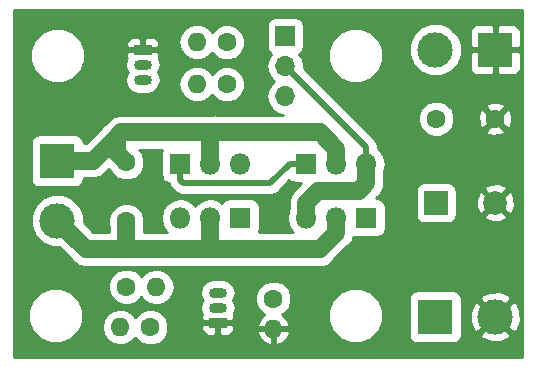
<source format=gbr>
G04 #@! TF.GenerationSoftware,KiCad,Pcbnew,(5.0.0-rc2-63-gd4393b281)*
G04 #@! TF.CreationDate,2018-06-11T18:19:14-07:00*
G04 #@! TF.ProjectId,H-THING,482D5448494E472E6B696361645F7063,rev?*
G04 #@! TF.SameCoordinates,Original*
G04 #@! TF.FileFunction,Copper,L2,Bot,Signal*
G04 #@! TF.FilePolarity,Positive*
%FSLAX46Y46*%
G04 Gerber Fmt 4.6, Leading zero omitted, Abs format (unit mm)*
G04 Created by KiCad (PCBNEW (5.0.0-rc2-63-gd4393b281)) date 06/11/18 18:19:14*
%MOMM*%
%LPD*%
G01*
G04 APERTURE LIST*
G04 #@! TA.AperFunction,ComponentPad*
%ADD10C,1.600000*%
G04 #@! TD*
G04 #@! TA.AperFunction,ComponentPad*
%ADD11R,2.000000X2.000000*%
G04 #@! TD*
G04 #@! TA.AperFunction,ComponentPad*
%ADD12C,2.000000*%
G04 #@! TD*
G04 #@! TA.AperFunction,ComponentPad*
%ADD13R,3.000000X3.000000*%
G04 #@! TD*
G04 #@! TA.AperFunction,ComponentPad*
%ADD14C,3.000000*%
G04 #@! TD*
G04 #@! TA.AperFunction,ComponentPad*
%ADD15O,1.500000X0.900000*%
G04 #@! TD*
G04 #@! TA.AperFunction,ComponentPad*
%ADD16R,1.500000X0.900000*%
G04 #@! TD*
G04 #@! TA.AperFunction,ComponentPad*
%ADD17O,1.600000X1.600000*%
G04 #@! TD*
G04 #@! TA.AperFunction,ComponentPad*
%ADD18R,1.700000X1.700000*%
G04 #@! TD*
G04 #@! TA.AperFunction,ComponentPad*
%ADD19O,1.700000X1.700000*%
G04 #@! TD*
G04 #@! TA.AperFunction,ComponentPad*
%ADD20R,1.800000X1.800000*%
G04 #@! TD*
G04 #@! TA.AperFunction,ComponentPad*
%ADD21O,1.800000X1.800000*%
G04 #@! TD*
G04 #@! TA.AperFunction,Conductor*
%ADD22C,1.500000*%
G04 #@! TD*
G04 #@! TA.AperFunction,Conductor*
%ADD23C,0.500000*%
G04 #@! TD*
G04 #@! TA.AperFunction,Conductor*
%ADD24C,0.254000*%
G04 #@! TD*
G04 APERTURE END LIST*
D10*
G04 #@! TO.P,C1,1*
G04 #@! TO.N,Net-(C1-Pad1)*
X149352000Y-100457000D03*
G04 #@! TO.P,C1,2*
G04 #@! TO.N,Net-(C1-Pad2)*
X149352000Y-105457000D03*
G04 #@! TD*
D11*
G04 #@! TO.P,C2,1*
G04 #@! TO.N,VCC*
X175594000Y-103886000D03*
D12*
G04 #@! TO.P,C2,2*
G04 #@! TO.N,GND*
X180594000Y-103886000D03*
G04 #@! TD*
D10*
G04 #@! TO.P,C3,1*
G04 #@! TO.N,VCC*
X175594000Y-96774000D03*
G04 #@! TO.P,C3,2*
G04 #@! TO.N,GND*
X180594000Y-96774000D03*
G04 #@! TD*
D13*
G04 #@! TO.P,J1,1*
G04 #@! TO.N,Net-(C1-Pad1)*
X143510000Y-100330000D03*
D14*
G04 #@! TO.P,J1,2*
G04 #@! TO.N,Net-(C1-Pad2)*
X143510000Y-105410000D03*
G04 #@! TD*
D13*
G04 #@! TO.P,J2,1*
G04 #@! TO.N,GND*
X180594000Y-90932000D03*
D14*
G04 #@! TO.P,J2,2*
G04 #@! TO.N,VCC*
X175514000Y-90932000D03*
G04 #@! TD*
D13*
G04 #@! TO.P,J3,1*
G04 #@! TO.N,VCC*
X175514000Y-113538000D03*
D14*
G04 #@! TO.P,J3,2*
G04 #@! TO.N,GND*
X180594000Y-113538000D03*
G04 #@! TD*
D15*
G04 #@! TO.P,Q1,2*
G04 #@! TO.N,Net-(Q1-Pad2)*
X157099000Y-112776000D03*
G04 #@! TO.P,Q1,3*
G04 #@! TO.N,Net-(Q1-Pad3)*
X157099000Y-111506000D03*
D16*
G04 #@! TO.P,Q1,1*
G04 #@! TO.N,GND*
X157099000Y-114046000D03*
G04 #@! TD*
D15*
G04 #@! TO.P,Q6,2*
G04 #@! TO.N,Net-(Q6-Pad2)*
X150749000Y-92202000D03*
G04 #@! TO.P,Q6,3*
G04 #@! TO.N,Net-(Q4-Pad1)*
X150749000Y-93472000D03*
D16*
G04 #@! TO.P,Q6,1*
G04 #@! TO.N,GND*
X150749000Y-90932000D03*
G04 #@! TD*
D10*
G04 #@! TO.P,R1,1*
G04 #@! TO.N,Net-(Q1-Pad2)*
X151384000Y-114427000D03*
D17*
G04 #@! TO.P,R1,2*
G04 #@! TO.N,/HB1*
X148844000Y-114427000D03*
G04 #@! TD*
D10*
G04 #@! TO.P,R2,1*
G04 #@! TO.N,VCC*
X149352000Y-110998000D03*
D17*
G04 #@! TO.P,R2,2*
G04 #@! TO.N,Net-(Q1-Pad3)*
X151892000Y-110998000D03*
G04 #@! TD*
D10*
G04 #@! TO.P,R4,1*
G04 #@! TO.N,VCC*
X157861000Y-93853000D03*
D17*
G04 #@! TO.P,R4,2*
G04 #@! TO.N,Net-(Q4-Pad1)*
X155321000Y-93853000D03*
G04 #@! TD*
D10*
G04 #@! TO.P,R5,1*
G04 #@! TO.N,/HB2*
X157861000Y-90297000D03*
D17*
G04 #@! TO.P,R5,2*
G04 #@! TO.N,Net-(Q6-Pad2)*
X155321000Y-90297000D03*
G04 #@! TD*
D18*
G04 #@! TO.P,J4,1*
G04 #@! TO.N,/HB1*
X162814000Y-89789000D03*
D19*
G04 #@! TO.P,J4,2*
G04 #@! TO.N,/I_SENSE*
X162814000Y-92329000D03*
G04 #@! TO.P,J4,3*
G04 #@! TO.N,/HB2*
X162814000Y-94869000D03*
G04 #@! TD*
D20*
G04 #@! TO.P,Q2,1*
G04 #@! TO.N,Net-(Q1-Pad3)*
X159004000Y-105156000D03*
D21*
G04 #@! TO.P,Q2,2*
G04 #@! TO.N,Net-(C1-Pad2)*
X156464000Y-105156000D03*
G04 #@! TO.P,Q2,3*
G04 #@! TO.N,VCC*
X153924000Y-105156000D03*
G04 #@! TD*
D20*
G04 #@! TO.P,Q3,1*
G04 #@! TO.N,Net-(Q1-Pad3)*
X169672000Y-105156000D03*
D21*
G04 #@! TO.P,Q3,2*
G04 #@! TO.N,Net-(C1-Pad2)*
X167132000Y-105156000D03*
G04 #@! TO.P,Q3,3*
G04 #@! TO.N,/I_SENSE*
X164592000Y-105156000D03*
G04 #@! TD*
D20*
G04 #@! TO.P,Q4,1*
G04 #@! TO.N,Net-(Q4-Pad1)*
X153924000Y-100584000D03*
D21*
G04 #@! TO.P,Q4,2*
G04 #@! TO.N,Net-(C1-Pad1)*
X156464000Y-100584000D03*
G04 #@! TO.P,Q4,3*
G04 #@! TO.N,VCC*
X159004000Y-100584000D03*
G04 #@! TD*
D20*
G04 #@! TO.P,Q5,1*
G04 #@! TO.N,Net-(Q4-Pad1)*
X164592000Y-100584000D03*
D21*
G04 #@! TO.P,Q5,2*
G04 #@! TO.N,Net-(C1-Pad1)*
X167132000Y-100584000D03*
G04 #@! TO.P,Q5,3*
G04 #@! TO.N,/I_SENSE*
X169672000Y-100584000D03*
G04 #@! TD*
D10*
G04 #@! TO.P,R6,1*
G04 #@! TO.N,/I_SENSE*
X161798000Y-112014000D03*
D17*
G04 #@! TO.P,R6,2*
G04 #@! TO.N,GND*
X161798000Y-114554000D03*
G04 #@! TD*
D22*
G04 #@! TO.N,Net-(C1-Pad1)*
X146510000Y-100330000D02*
X143510000Y-100330000D01*
X149352000Y-100457000D02*
X148552001Y-99657001D01*
X148923000Y-97917000D02*
X148463000Y-98377000D01*
X148552001Y-99657001D02*
X148552001Y-98466001D01*
X148463000Y-98377000D02*
X146510000Y-100330000D01*
X148552001Y-98466001D02*
X148463000Y-98377000D01*
X165737792Y-97917000D02*
X156845000Y-97917000D01*
X156845000Y-97917000D02*
X148923000Y-97917000D01*
X156464000Y-100584000D02*
X156464000Y-98298000D01*
X156464000Y-98298000D02*
X156845000Y-97917000D01*
X167132000Y-100584000D02*
X167132000Y-99311208D01*
X167132000Y-99311208D02*
X165737792Y-97917000D01*
G04 #@! TO.N,Net-(C1-Pad2)*
X145923000Y-107823000D02*
X143510000Y-105410000D01*
X149352000Y-105457000D02*
X149352000Y-107569000D01*
X149352000Y-107569000D02*
X149098000Y-107823000D01*
X149098000Y-107823000D02*
X145923000Y-107823000D01*
X156464000Y-107823000D02*
X149098000Y-107823000D01*
X165737792Y-107823000D02*
X156464000Y-107823000D01*
X156464000Y-105156000D02*
X156464000Y-106428792D01*
X156464000Y-106428792D02*
X156464000Y-107823000D01*
X167132000Y-105156000D02*
X167132000Y-106428792D01*
X167132000Y-106428792D02*
X165737792Y-107823000D01*
D23*
G04 #@! TO.N,Net-(Q4-Pad1)*
X154175000Y-102235000D02*
X161541000Y-102235000D01*
X161541000Y-102235000D02*
X163192000Y-100584000D01*
X163192000Y-100584000D02*
X164592000Y-100584000D01*
X153924000Y-100584000D02*
X153924000Y-101984000D01*
X153924000Y-101984000D02*
X154175000Y-102235000D01*
G04 #@! TO.N,/I_SENSE*
X162814000Y-92329000D02*
X169672000Y-99187000D01*
X169672000Y-99187000D02*
X169672000Y-100584000D01*
D22*
X169037000Y-102870000D02*
X169672000Y-102235000D01*
X169672000Y-102235000D02*
X169672000Y-100584000D01*
X165605208Y-102870000D02*
X169037000Y-102870000D01*
X164592000Y-105156000D02*
X164592000Y-103883208D01*
X164592000Y-103883208D02*
X165605208Y-102870000D01*
G04 #@! TD*
D24*
G04 #@! TO.N,GND*
G36*
X182840000Y-116927000D02*
X139867000Y-116927000D01*
X139867000Y-112948131D01*
X141056000Y-112948131D01*
X141056000Y-113873869D01*
X141410264Y-114729140D01*
X142064860Y-115383736D01*
X142920131Y-115738000D01*
X143845869Y-115738000D01*
X144701140Y-115383736D01*
X145355736Y-114729140D01*
X145480886Y-114427000D01*
X147287085Y-114427000D01*
X147405598Y-115022806D01*
X147743095Y-115527905D01*
X148248194Y-115865402D01*
X148693607Y-115954000D01*
X148994393Y-115954000D01*
X149439806Y-115865402D01*
X149944905Y-115527905D01*
X150097310Y-115299814D01*
X150519024Y-115721528D01*
X151080261Y-115954000D01*
X151687739Y-115954000D01*
X152248976Y-115721528D01*
X152678528Y-115291976D01*
X152911000Y-114730739D01*
X152911000Y-114331750D01*
X155714000Y-114331750D01*
X155714000Y-114622309D01*
X155810673Y-114855698D01*
X155989301Y-115034327D01*
X156222690Y-115131000D01*
X156813250Y-115131000D01*
X156972000Y-114972250D01*
X156972000Y-114173000D01*
X157226000Y-114173000D01*
X157226000Y-114972250D01*
X157384750Y-115131000D01*
X157975310Y-115131000D01*
X158208699Y-115034327D01*
X158339984Y-114903041D01*
X160406086Y-114903041D01*
X160645611Y-115409134D01*
X161060577Y-115785041D01*
X161448961Y-115945904D01*
X161671000Y-115823915D01*
X161671000Y-114681000D01*
X161925000Y-114681000D01*
X161925000Y-115823915D01*
X162147039Y-115945904D01*
X162535423Y-115785041D01*
X162950389Y-115409134D01*
X163189914Y-114903041D01*
X163068629Y-114681000D01*
X161925000Y-114681000D01*
X161671000Y-114681000D01*
X160527371Y-114681000D01*
X160406086Y-114903041D01*
X158339984Y-114903041D01*
X158387327Y-114855698D01*
X158484000Y-114622309D01*
X158484000Y-114331750D01*
X158325250Y-114173000D01*
X157226000Y-114173000D01*
X156972000Y-114173000D01*
X155872750Y-114173000D01*
X155714000Y-114331750D01*
X152911000Y-114331750D01*
X152911000Y-114123261D01*
X152678528Y-113562024D01*
X152248976Y-113132472D01*
X151687739Y-112900000D01*
X151080261Y-112900000D01*
X150519024Y-113132472D01*
X150097310Y-113554186D01*
X149944905Y-113326095D01*
X149439806Y-112988598D01*
X148994393Y-112900000D01*
X148693607Y-112900000D01*
X148248194Y-112988598D01*
X147743095Y-113326095D01*
X147405598Y-113831194D01*
X147287085Y-114427000D01*
X145480886Y-114427000D01*
X145710000Y-113873869D01*
X145710000Y-112948131D01*
X145355736Y-112092860D01*
X144701140Y-111438264D01*
X143845869Y-111084000D01*
X142920131Y-111084000D01*
X142064860Y-111438264D01*
X141410264Y-112092860D01*
X141056000Y-112948131D01*
X139867000Y-112948131D01*
X139867000Y-110694261D01*
X147825000Y-110694261D01*
X147825000Y-111301739D01*
X148057472Y-111862976D01*
X148487024Y-112292528D01*
X149048261Y-112525000D01*
X149655739Y-112525000D01*
X150216976Y-112292528D01*
X150638690Y-111870814D01*
X150791095Y-112098905D01*
X151296194Y-112436402D01*
X151741607Y-112525000D01*
X152042393Y-112525000D01*
X152487806Y-112436402D01*
X152992905Y-112098905D01*
X153330402Y-111593806D01*
X153347867Y-111506000D01*
X155598942Y-111506000D01*
X155690291Y-111965242D01*
X155807729Y-112141000D01*
X155690291Y-112316758D01*
X155598942Y-112776000D01*
X155690291Y-113235242D01*
X155764876Y-113346866D01*
X155714000Y-113469691D01*
X155714000Y-113760250D01*
X155872750Y-113919000D01*
X156512150Y-113919000D01*
X156683080Y-113953000D01*
X157514920Y-113953000D01*
X157685850Y-113919000D01*
X158325250Y-113919000D01*
X158484000Y-113760250D01*
X158484000Y-113469691D01*
X158433124Y-113346866D01*
X158507709Y-113235242D01*
X158599058Y-112776000D01*
X158507709Y-112316758D01*
X158390271Y-112141000D01*
X158507709Y-111965242D01*
X158558427Y-111710261D01*
X160271000Y-111710261D01*
X160271000Y-112317739D01*
X160503472Y-112878976D01*
X160933024Y-113308528D01*
X161031486Y-113349312D01*
X160645611Y-113698866D01*
X160406086Y-114204959D01*
X160527371Y-114427000D01*
X161671000Y-114427000D01*
X161671000Y-114407000D01*
X161925000Y-114407000D01*
X161925000Y-114427000D01*
X163068629Y-114427000D01*
X163189914Y-114204959D01*
X162950389Y-113698866D01*
X162564514Y-113349312D01*
X162662976Y-113308528D01*
X163023373Y-112948131D01*
X166456000Y-112948131D01*
X166456000Y-113873869D01*
X166810264Y-114729140D01*
X167464860Y-115383736D01*
X168320131Y-115738000D01*
X169245869Y-115738000D01*
X170101140Y-115383736D01*
X170755736Y-114729140D01*
X171110000Y-113873869D01*
X171110000Y-112948131D01*
X170755736Y-112092860D01*
X170700876Y-112038000D01*
X173272758Y-112038000D01*
X173272758Y-115038000D01*
X173329182Y-115321661D01*
X173489863Y-115562137D01*
X173730339Y-115722818D01*
X174014000Y-115779242D01*
X177014000Y-115779242D01*
X177297661Y-115722818D01*
X177538137Y-115562137D01*
X177698818Y-115321661D01*
X177752463Y-115051970D01*
X179259635Y-115051970D01*
X179419418Y-115370739D01*
X180210187Y-115680723D01*
X181059387Y-115664497D01*
X181768582Y-115370739D01*
X181928365Y-115051970D01*
X180594000Y-113717605D01*
X179259635Y-115051970D01*
X177752463Y-115051970D01*
X177755242Y-115038000D01*
X177755242Y-113154187D01*
X178451277Y-113154187D01*
X178467503Y-114003387D01*
X178761261Y-114712582D01*
X179080030Y-114872365D01*
X180414395Y-113538000D01*
X180773605Y-113538000D01*
X182107970Y-114872365D01*
X182426739Y-114712582D01*
X182736723Y-113921813D01*
X182720497Y-113072613D01*
X182426739Y-112363418D01*
X182107970Y-112203635D01*
X180773605Y-113538000D01*
X180414395Y-113538000D01*
X179080030Y-112203635D01*
X178761261Y-112363418D01*
X178451277Y-113154187D01*
X177755242Y-113154187D01*
X177755242Y-112038000D01*
X177752464Y-112024030D01*
X179259635Y-112024030D01*
X180594000Y-113358395D01*
X181928365Y-112024030D01*
X181768582Y-111705261D01*
X180977813Y-111395277D01*
X180128613Y-111411503D01*
X179419418Y-111705261D01*
X179259635Y-112024030D01*
X177752464Y-112024030D01*
X177698818Y-111754339D01*
X177538137Y-111513863D01*
X177297661Y-111353182D01*
X177014000Y-111296758D01*
X174014000Y-111296758D01*
X173730339Y-111353182D01*
X173489863Y-111513863D01*
X173329182Y-111754339D01*
X173272758Y-112038000D01*
X170700876Y-112038000D01*
X170101140Y-111438264D01*
X169245869Y-111084000D01*
X168320131Y-111084000D01*
X167464860Y-111438264D01*
X166810264Y-112092860D01*
X166456000Y-112948131D01*
X163023373Y-112948131D01*
X163092528Y-112878976D01*
X163325000Y-112317739D01*
X163325000Y-111710261D01*
X163092528Y-111149024D01*
X162662976Y-110719472D01*
X162101739Y-110487000D01*
X161494261Y-110487000D01*
X160933024Y-110719472D01*
X160503472Y-111149024D01*
X160271000Y-111710261D01*
X158558427Y-111710261D01*
X158599058Y-111506000D01*
X158507709Y-111046758D01*
X158247569Y-110657431D01*
X157858242Y-110397291D01*
X157514920Y-110329000D01*
X156683080Y-110329000D01*
X156339758Y-110397291D01*
X155950431Y-110657431D01*
X155690291Y-111046758D01*
X155598942Y-111506000D01*
X153347867Y-111506000D01*
X153448915Y-110998000D01*
X153330402Y-110402194D01*
X152992905Y-109897095D01*
X152487806Y-109559598D01*
X152042393Y-109471000D01*
X151741607Y-109471000D01*
X151296194Y-109559598D01*
X150791095Y-109897095D01*
X150638690Y-110125186D01*
X150216976Y-109703472D01*
X149655739Y-109471000D01*
X149048261Y-109471000D01*
X148487024Y-109703472D01*
X148057472Y-110133024D01*
X147825000Y-110694261D01*
X139867000Y-110694261D01*
X139867000Y-98830000D01*
X141268758Y-98830000D01*
X141268758Y-101830000D01*
X141325182Y-102113661D01*
X141485863Y-102354137D01*
X141726339Y-102514818D01*
X142010000Y-102571242D01*
X145010000Y-102571242D01*
X145293661Y-102514818D01*
X145534137Y-102354137D01*
X145694818Y-102113661D01*
X145751242Y-101830000D01*
X145751242Y-101807000D01*
X146364530Y-101807000D01*
X146510000Y-101835936D01*
X146655470Y-101807000D01*
X146655471Y-101807000D01*
X147086297Y-101721303D01*
X147574858Y-101394858D01*
X147657262Y-101271531D01*
X147867500Y-101061293D01*
X148007471Y-101201264D01*
X148057472Y-101321976D01*
X148487024Y-101751528D01*
X149048261Y-101984000D01*
X149655739Y-101984000D01*
X150216976Y-101751528D01*
X150646528Y-101321976D01*
X150879000Y-100760739D01*
X150879000Y-100153261D01*
X150646528Y-99592024D01*
X150448504Y-99394000D01*
X152343418Y-99394000D01*
X152339182Y-99400339D01*
X152282758Y-99684000D01*
X152282758Y-101484000D01*
X152339182Y-101767661D01*
X152499863Y-102008137D01*
X152740339Y-102168818D01*
X152973864Y-102215269D01*
X153003688Y-102365206D01*
X153165117Y-102606803D01*
X153165120Y-102606806D01*
X153219624Y-102688377D01*
X153301195Y-102742881D01*
X153416117Y-102857803D01*
X153470623Y-102939377D01*
X153793794Y-103155313D01*
X154078777Y-103212000D01*
X154078781Y-103212000D01*
X154175000Y-103231139D01*
X154271219Y-103212000D01*
X161444782Y-103212000D01*
X161541000Y-103231139D01*
X161637218Y-103212000D01*
X161637223Y-103212000D01*
X161922206Y-103155313D01*
X162245377Y-102939377D01*
X162299883Y-102857803D01*
X163160528Y-101997159D01*
X163167863Y-102008137D01*
X163408339Y-102168818D01*
X163692000Y-102225242D01*
X164161173Y-102225242D01*
X163650468Y-102735947D01*
X163527143Y-102818350D01*
X163200697Y-103306911D01*
X163115000Y-103737737D01*
X163086064Y-103883208D01*
X163115000Y-104028678D01*
X163115000Y-104437965D01*
X163059400Y-104521176D01*
X162933126Y-105156000D01*
X163059400Y-105790824D01*
X163418999Y-106329001D01*
X163444440Y-106346000D01*
X160584582Y-106346000D01*
X160588818Y-106339661D01*
X160645242Y-106056000D01*
X160645242Y-104256000D01*
X160588818Y-103972339D01*
X160428137Y-103731863D01*
X160187661Y-103571182D01*
X159904000Y-103514758D01*
X158104000Y-103514758D01*
X157820339Y-103571182D01*
X157579863Y-103731863D01*
X157481489Y-103879089D01*
X157098824Y-103623400D01*
X156624242Y-103529000D01*
X156303758Y-103529000D01*
X155829176Y-103623400D01*
X155290999Y-103982999D01*
X155194000Y-104128168D01*
X155097001Y-103982999D01*
X154558824Y-103623400D01*
X154084242Y-103529000D01*
X153763758Y-103529000D01*
X153289176Y-103623400D01*
X152750999Y-103982999D01*
X152391400Y-104521176D01*
X152265126Y-105156000D01*
X152391400Y-105790824D01*
X152750999Y-106329001D01*
X152776440Y-106346000D01*
X150829000Y-106346000D01*
X150829000Y-105881450D01*
X150879000Y-105760739D01*
X150879000Y-105153261D01*
X150646528Y-104592024D01*
X150216976Y-104162472D01*
X149655739Y-103930000D01*
X149048261Y-103930000D01*
X148487024Y-104162472D01*
X148057472Y-104592024D01*
X147825000Y-105153261D01*
X147825000Y-105760739D01*
X147875000Y-105881450D01*
X147875000Y-106346000D01*
X146534794Y-106346000D01*
X145737000Y-105548207D01*
X145737000Y-104967022D01*
X145397960Y-104148506D01*
X144771494Y-103522040D01*
X143952978Y-103183000D01*
X143067022Y-103183000D01*
X142248506Y-103522040D01*
X141622040Y-104148506D01*
X141283000Y-104967022D01*
X141283000Y-105852978D01*
X141622040Y-106671494D01*
X142248506Y-107297960D01*
X143067022Y-107637000D01*
X143648207Y-107637000D01*
X144775739Y-108764533D01*
X144858142Y-108887858D01*
X144981466Y-108970260D01*
X145346703Y-109214303D01*
X145922999Y-109328936D01*
X146068470Y-109300000D01*
X148952530Y-109300000D01*
X149098000Y-109328936D01*
X149243470Y-109300000D01*
X156318530Y-109300000D01*
X156464000Y-109328936D01*
X156609471Y-109300000D01*
X165592322Y-109300000D01*
X165737792Y-109328936D01*
X165883262Y-109300000D01*
X165883263Y-109300000D01*
X166314089Y-109214303D01*
X166802650Y-108887858D01*
X166885054Y-108764531D01*
X168073533Y-107576053D01*
X168196858Y-107493650D01*
X168523303Y-107005089D01*
X168572539Y-106757566D01*
X168772000Y-106797242D01*
X170572000Y-106797242D01*
X170855661Y-106740818D01*
X171096137Y-106580137D01*
X171256818Y-106339661D01*
X171313242Y-106056000D01*
X171313242Y-104256000D01*
X171256818Y-103972339D01*
X171096137Y-103731863D01*
X170855661Y-103571182D01*
X170572000Y-103514758D01*
X170481034Y-103514758D01*
X170613529Y-103382264D01*
X170736858Y-103299858D01*
X171013388Y-102886000D01*
X173852758Y-102886000D01*
X173852758Y-104886000D01*
X173909182Y-105169661D01*
X174069863Y-105410137D01*
X174310339Y-105570818D01*
X174594000Y-105627242D01*
X176594000Y-105627242D01*
X176877661Y-105570818D01*
X177118137Y-105410137D01*
X177278818Y-105169661D01*
X177304901Y-105038532D01*
X179621073Y-105038532D01*
X179719736Y-105305387D01*
X180329461Y-105531908D01*
X180979460Y-105507856D01*
X181468264Y-105305387D01*
X181566927Y-105038532D01*
X180594000Y-104065605D01*
X179621073Y-105038532D01*
X177304901Y-105038532D01*
X177335242Y-104886000D01*
X177335242Y-103621461D01*
X178948092Y-103621461D01*
X178972144Y-104271460D01*
X179174613Y-104760264D01*
X179441468Y-104858927D01*
X180414395Y-103886000D01*
X180773605Y-103886000D01*
X181746532Y-104858927D01*
X182013387Y-104760264D01*
X182239908Y-104150539D01*
X182215856Y-103500540D01*
X182013387Y-103011736D01*
X181746532Y-102913073D01*
X180773605Y-103886000D01*
X180414395Y-103886000D01*
X179441468Y-102913073D01*
X179174613Y-103011736D01*
X178948092Y-103621461D01*
X177335242Y-103621461D01*
X177335242Y-102886000D01*
X177304902Y-102733468D01*
X179621073Y-102733468D01*
X180594000Y-103706395D01*
X181566927Y-102733468D01*
X181468264Y-102466613D01*
X180858539Y-102240092D01*
X180208540Y-102264144D01*
X179719736Y-102466613D01*
X179621073Y-102733468D01*
X177304902Y-102733468D01*
X177278818Y-102602339D01*
X177118137Y-102361863D01*
X176877661Y-102201182D01*
X176594000Y-102144758D01*
X174594000Y-102144758D01*
X174310339Y-102201182D01*
X174069863Y-102361863D01*
X173909182Y-102602339D01*
X173852758Y-102886000D01*
X171013388Y-102886000D01*
X171063303Y-102811297D01*
X171149000Y-102380471D01*
X171149000Y-102380470D01*
X171177936Y-102235000D01*
X171149000Y-102089530D01*
X171149000Y-101302035D01*
X171204600Y-101218824D01*
X171330874Y-100584000D01*
X171204600Y-99949176D01*
X170845001Y-99410999D01*
X170649559Y-99280409D01*
X170668139Y-99187000D01*
X170649000Y-99090781D01*
X170649000Y-99090777D01*
X170592313Y-98805794D01*
X170430883Y-98564196D01*
X170430881Y-98564194D01*
X170376377Y-98482623D01*
X170294806Y-98428119D01*
X168336948Y-96470261D01*
X174067000Y-96470261D01*
X174067000Y-97077739D01*
X174299472Y-97638976D01*
X174729024Y-98068528D01*
X175290261Y-98301000D01*
X175897739Y-98301000D01*
X176458976Y-98068528D01*
X176745759Y-97781745D01*
X179765861Y-97781745D01*
X179839995Y-98027864D01*
X180377223Y-98220965D01*
X180947454Y-98193778D01*
X181348005Y-98027864D01*
X181422139Y-97781745D01*
X180594000Y-96953605D01*
X179765861Y-97781745D01*
X176745759Y-97781745D01*
X176888528Y-97638976D01*
X177121000Y-97077739D01*
X177121000Y-96557223D01*
X179147035Y-96557223D01*
X179174222Y-97127454D01*
X179340136Y-97528005D01*
X179586255Y-97602139D01*
X180414395Y-96774000D01*
X180773605Y-96774000D01*
X181601745Y-97602139D01*
X181847864Y-97528005D01*
X182040965Y-96990777D01*
X182013778Y-96420546D01*
X181847864Y-96019995D01*
X181601745Y-95945861D01*
X180773605Y-96774000D01*
X180414395Y-96774000D01*
X179586255Y-95945861D01*
X179340136Y-96019995D01*
X179147035Y-96557223D01*
X177121000Y-96557223D01*
X177121000Y-96470261D01*
X176888528Y-95909024D01*
X176745759Y-95766255D01*
X179765861Y-95766255D01*
X180594000Y-96594395D01*
X181422139Y-95766255D01*
X181348005Y-95520136D01*
X180810777Y-95327035D01*
X180240546Y-95354222D01*
X179839995Y-95520136D01*
X179765861Y-95766255D01*
X176745759Y-95766255D01*
X176458976Y-95479472D01*
X175897739Y-95247000D01*
X175290261Y-95247000D01*
X174729024Y-95479472D01*
X174299472Y-95909024D01*
X174067000Y-96470261D01*
X168336948Y-96470261D01*
X164384364Y-92517678D01*
X164421895Y-92329000D01*
X164299501Y-91713685D01*
X164010807Y-91281625D01*
X164188137Y-91163137D01*
X164312422Y-90977131D01*
X166456000Y-90977131D01*
X166456000Y-91902869D01*
X166810264Y-92758140D01*
X167464860Y-93412736D01*
X168320131Y-93767000D01*
X169245869Y-93767000D01*
X170101140Y-93412736D01*
X170755736Y-92758140D01*
X171110000Y-91902869D01*
X171110000Y-90977131D01*
X170907820Y-90489022D01*
X173287000Y-90489022D01*
X173287000Y-91374978D01*
X173626040Y-92193494D01*
X174252506Y-92819960D01*
X175071022Y-93159000D01*
X175956978Y-93159000D01*
X176775494Y-92819960D01*
X177401960Y-92193494D01*
X177741000Y-91374978D01*
X177741000Y-91217750D01*
X178459000Y-91217750D01*
X178459000Y-92558310D01*
X178555673Y-92791699D01*
X178734302Y-92970327D01*
X178967691Y-93067000D01*
X180308250Y-93067000D01*
X180467000Y-92908250D01*
X180467000Y-91059000D01*
X180721000Y-91059000D01*
X180721000Y-92908250D01*
X180879750Y-93067000D01*
X182220309Y-93067000D01*
X182453698Y-92970327D01*
X182632327Y-92791699D01*
X182729000Y-92558310D01*
X182729000Y-91217750D01*
X182570250Y-91059000D01*
X180721000Y-91059000D01*
X180467000Y-91059000D01*
X178617750Y-91059000D01*
X178459000Y-91217750D01*
X177741000Y-91217750D01*
X177741000Y-90489022D01*
X177401960Y-89670506D01*
X177037144Y-89305690D01*
X178459000Y-89305690D01*
X178459000Y-90646250D01*
X178617750Y-90805000D01*
X180467000Y-90805000D01*
X180467000Y-88955750D01*
X180721000Y-88955750D01*
X180721000Y-90805000D01*
X182570250Y-90805000D01*
X182729000Y-90646250D01*
X182729000Y-89305690D01*
X182632327Y-89072301D01*
X182453698Y-88893673D01*
X182220309Y-88797000D01*
X180879750Y-88797000D01*
X180721000Y-88955750D01*
X180467000Y-88955750D01*
X180308250Y-88797000D01*
X178967691Y-88797000D01*
X178734302Y-88893673D01*
X178555673Y-89072301D01*
X178459000Y-89305690D01*
X177037144Y-89305690D01*
X176775494Y-89044040D01*
X175956978Y-88705000D01*
X175071022Y-88705000D01*
X174252506Y-89044040D01*
X173626040Y-89670506D01*
X173287000Y-90489022D01*
X170907820Y-90489022D01*
X170755736Y-90121860D01*
X170101140Y-89467264D01*
X169245869Y-89113000D01*
X168320131Y-89113000D01*
X167464860Y-89467264D01*
X166810264Y-90121860D01*
X166456000Y-90977131D01*
X164312422Y-90977131D01*
X164348818Y-90922661D01*
X164405242Y-90639000D01*
X164405242Y-88939000D01*
X164348818Y-88655339D01*
X164188137Y-88414863D01*
X163947661Y-88254182D01*
X163664000Y-88197758D01*
X161964000Y-88197758D01*
X161680339Y-88254182D01*
X161439863Y-88414863D01*
X161279182Y-88655339D01*
X161222758Y-88939000D01*
X161222758Y-90639000D01*
X161279182Y-90922661D01*
X161439863Y-91163137D01*
X161617193Y-91281625D01*
X161328499Y-91713685D01*
X161206105Y-92329000D01*
X161328499Y-92944315D01*
X161677047Y-93465953D01*
X161876166Y-93599000D01*
X161677047Y-93732047D01*
X161328499Y-94253685D01*
X161206105Y-94869000D01*
X161328499Y-95484315D01*
X161677047Y-96005953D01*
X162198685Y-96354501D01*
X162628517Y-96440000D01*
X156990470Y-96440000D01*
X156844999Y-96411064D01*
X156699529Y-96440000D01*
X149068470Y-96440000D01*
X148922999Y-96411064D01*
X148777529Y-96440000D01*
X148346703Y-96525697D01*
X147858142Y-96852142D01*
X147775737Y-96975470D01*
X147521469Y-97229738D01*
X147521466Y-97229740D01*
X147521462Y-97229744D01*
X147398143Y-97312143D01*
X147315743Y-97435463D01*
X145898207Y-98853000D01*
X145751242Y-98853000D01*
X145751242Y-98830000D01*
X145694818Y-98546339D01*
X145534137Y-98305863D01*
X145293661Y-98145182D01*
X145010000Y-98088758D01*
X142010000Y-98088758D01*
X141726339Y-98145182D01*
X141485863Y-98305863D01*
X141325182Y-98546339D01*
X141268758Y-98830000D01*
X139867000Y-98830000D01*
X139867000Y-90977131D01*
X141183000Y-90977131D01*
X141183000Y-91902869D01*
X141537264Y-92758140D01*
X142191860Y-93412736D01*
X143047131Y-93767000D01*
X143972869Y-93767000D01*
X144828140Y-93412736D01*
X145482736Y-92758140D01*
X145713096Y-92202000D01*
X149248942Y-92202000D01*
X149340291Y-92661242D01*
X149457729Y-92837000D01*
X149340291Y-93012758D01*
X149248942Y-93472000D01*
X149340291Y-93931242D01*
X149600431Y-94320569D01*
X149989758Y-94580709D01*
X150333080Y-94649000D01*
X151164920Y-94649000D01*
X151508242Y-94580709D01*
X151897569Y-94320569D01*
X152157709Y-93931242D01*
X152173272Y-93853000D01*
X153764085Y-93853000D01*
X153882598Y-94448806D01*
X154220095Y-94953905D01*
X154725194Y-95291402D01*
X155170607Y-95380000D01*
X155471393Y-95380000D01*
X155916806Y-95291402D01*
X156421905Y-94953905D01*
X156574310Y-94725814D01*
X156996024Y-95147528D01*
X157557261Y-95380000D01*
X158164739Y-95380000D01*
X158725976Y-95147528D01*
X159155528Y-94717976D01*
X159388000Y-94156739D01*
X159388000Y-93549261D01*
X159155528Y-92988024D01*
X158725976Y-92558472D01*
X158164739Y-92326000D01*
X157557261Y-92326000D01*
X156996024Y-92558472D01*
X156574310Y-92980186D01*
X156421905Y-92752095D01*
X155916806Y-92414598D01*
X155471393Y-92326000D01*
X155170607Y-92326000D01*
X154725194Y-92414598D01*
X154220095Y-92752095D01*
X153882598Y-93257194D01*
X153764085Y-93853000D01*
X152173272Y-93853000D01*
X152249058Y-93472000D01*
X152157709Y-93012758D01*
X152040271Y-92837000D01*
X152157709Y-92661242D01*
X152249058Y-92202000D01*
X152157709Y-91742758D01*
X152083124Y-91631134D01*
X152134000Y-91508309D01*
X152134000Y-91217750D01*
X151975250Y-91059000D01*
X151335850Y-91059000D01*
X151164920Y-91025000D01*
X150333080Y-91025000D01*
X150162150Y-91059000D01*
X149522750Y-91059000D01*
X149364000Y-91217750D01*
X149364000Y-91508309D01*
X149414876Y-91631134D01*
X149340291Y-91742758D01*
X149248942Y-92202000D01*
X145713096Y-92202000D01*
X145837000Y-91902869D01*
X145837000Y-90977131D01*
X145579592Y-90355691D01*
X149364000Y-90355691D01*
X149364000Y-90646250D01*
X149522750Y-90805000D01*
X150622000Y-90805000D01*
X150622000Y-90005750D01*
X150876000Y-90005750D01*
X150876000Y-90805000D01*
X151975250Y-90805000D01*
X152134000Y-90646250D01*
X152134000Y-90355691D01*
X152109690Y-90297000D01*
X153764085Y-90297000D01*
X153882598Y-90892806D01*
X154220095Y-91397905D01*
X154725194Y-91735402D01*
X155170607Y-91824000D01*
X155471393Y-91824000D01*
X155916806Y-91735402D01*
X156421905Y-91397905D01*
X156574310Y-91169814D01*
X156996024Y-91591528D01*
X157557261Y-91824000D01*
X158164739Y-91824000D01*
X158725976Y-91591528D01*
X159155528Y-91161976D01*
X159388000Y-90600739D01*
X159388000Y-89993261D01*
X159155528Y-89432024D01*
X158725976Y-89002472D01*
X158164739Y-88770000D01*
X157557261Y-88770000D01*
X156996024Y-89002472D01*
X156574310Y-89424186D01*
X156421905Y-89196095D01*
X155916806Y-88858598D01*
X155471393Y-88770000D01*
X155170607Y-88770000D01*
X154725194Y-88858598D01*
X154220095Y-89196095D01*
X153882598Y-89701194D01*
X153764085Y-90297000D01*
X152109690Y-90297000D01*
X152037327Y-90122302D01*
X151858699Y-89943673D01*
X151625310Y-89847000D01*
X151034750Y-89847000D01*
X150876000Y-90005750D01*
X150622000Y-90005750D01*
X150463250Y-89847000D01*
X149872690Y-89847000D01*
X149639301Y-89943673D01*
X149460673Y-90122302D01*
X149364000Y-90355691D01*
X145579592Y-90355691D01*
X145482736Y-90121860D01*
X144828140Y-89467264D01*
X143972869Y-89113000D01*
X143047131Y-89113000D01*
X142191860Y-89467264D01*
X141537264Y-90121860D01*
X141183000Y-90977131D01*
X139867000Y-90977131D01*
X139867000Y-87543000D01*
X182840001Y-87543000D01*
X182840000Y-116927000D01*
X182840000Y-116927000D01*
G37*
X182840000Y-116927000D02*
X139867000Y-116927000D01*
X139867000Y-112948131D01*
X141056000Y-112948131D01*
X141056000Y-113873869D01*
X141410264Y-114729140D01*
X142064860Y-115383736D01*
X142920131Y-115738000D01*
X143845869Y-115738000D01*
X144701140Y-115383736D01*
X145355736Y-114729140D01*
X145480886Y-114427000D01*
X147287085Y-114427000D01*
X147405598Y-115022806D01*
X147743095Y-115527905D01*
X148248194Y-115865402D01*
X148693607Y-115954000D01*
X148994393Y-115954000D01*
X149439806Y-115865402D01*
X149944905Y-115527905D01*
X150097310Y-115299814D01*
X150519024Y-115721528D01*
X151080261Y-115954000D01*
X151687739Y-115954000D01*
X152248976Y-115721528D01*
X152678528Y-115291976D01*
X152911000Y-114730739D01*
X152911000Y-114331750D01*
X155714000Y-114331750D01*
X155714000Y-114622309D01*
X155810673Y-114855698D01*
X155989301Y-115034327D01*
X156222690Y-115131000D01*
X156813250Y-115131000D01*
X156972000Y-114972250D01*
X156972000Y-114173000D01*
X157226000Y-114173000D01*
X157226000Y-114972250D01*
X157384750Y-115131000D01*
X157975310Y-115131000D01*
X158208699Y-115034327D01*
X158339984Y-114903041D01*
X160406086Y-114903041D01*
X160645611Y-115409134D01*
X161060577Y-115785041D01*
X161448961Y-115945904D01*
X161671000Y-115823915D01*
X161671000Y-114681000D01*
X161925000Y-114681000D01*
X161925000Y-115823915D01*
X162147039Y-115945904D01*
X162535423Y-115785041D01*
X162950389Y-115409134D01*
X163189914Y-114903041D01*
X163068629Y-114681000D01*
X161925000Y-114681000D01*
X161671000Y-114681000D01*
X160527371Y-114681000D01*
X160406086Y-114903041D01*
X158339984Y-114903041D01*
X158387327Y-114855698D01*
X158484000Y-114622309D01*
X158484000Y-114331750D01*
X158325250Y-114173000D01*
X157226000Y-114173000D01*
X156972000Y-114173000D01*
X155872750Y-114173000D01*
X155714000Y-114331750D01*
X152911000Y-114331750D01*
X152911000Y-114123261D01*
X152678528Y-113562024D01*
X152248976Y-113132472D01*
X151687739Y-112900000D01*
X151080261Y-112900000D01*
X150519024Y-113132472D01*
X150097310Y-113554186D01*
X149944905Y-113326095D01*
X149439806Y-112988598D01*
X148994393Y-112900000D01*
X148693607Y-112900000D01*
X148248194Y-112988598D01*
X147743095Y-113326095D01*
X147405598Y-113831194D01*
X147287085Y-114427000D01*
X145480886Y-114427000D01*
X145710000Y-113873869D01*
X145710000Y-112948131D01*
X145355736Y-112092860D01*
X144701140Y-111438264D01*
X143845869Y-111084000D01*
X142920131Y-111084000D01*
X142064860Y-111438264D01*
X141410264Y-112092860D01*
X141056000Y-112948131D01*
X139867000Y-112948131D01*
X139867000Y-110694261D01*
X147825000Y-110694261D01*
X147825000Y-111301739D01*
X148057472Y-111862976D01*
X148487024Y-112292528D01*
X149048261Y-112525000D01*
X149655739Y-112525000D01*
X150216976Y-112292528D01*
X150638690Y-111870814D01*
X150791095Y-112098905D01*
X151296194Y-112436402D01*
X151741607Y-112525000D01*
X152042393Y-112525000D01*
X152487806Y-112436402D01*
X152992905Y-112098905D01*
X153330402Y-111593806D01*
X153347867Y-111506000D01*
X155598942Y-111506000D01*
X155690291Y-111965242D01*
X155807729Y-112141000D01*
X155690291Y-112316758D01*
X155598942Y-112776000D01*
X155690291Y-113235242D01*
X155764876Y-113346866D01*
X155714000Y-113469691D01*
X155714000Y-113760250D01*
X155872750Y-113919000D01*
X156512150Y-113919000D01*
X156683080Y-113953000D01*
X157514920Y-113953000D01*
X157685850Y-113919000D01*
X158325250Y-113919000D01*
X158484000Y-113760250D01*
X158484000Y-113469691D01*
X158433124Y-113346866D01*
X158507709Y-113235242D01*
X158599058Y-112776000D01*
X158507709Y-112316758D01*
X158390271Y-112141000D01*
X158507709Y-111965242D01*
X158558427Y-111710261D01*
X160271000Y-111710261D01*
X160271000Y-112317739D01*
X160503472Y-112878976D01*
X160933024Y-113308528D01*
X161031486Y-113349312D01*
X160645611Y-113698866D01*
X160406086Y-114204959D01*
X160527371Y-114427000D01*
X161671000Y-114427000D01*
X161671000Y-114407000D01*
X161925000Y-114407000D01*
X161925000Y-114427000D01*
X163068629Y-114427000D01*
X163189914Y-114204959D01*
X162950389Y-113698866D01*
X162564514Y-113349312D01*
X162662976Y-113308528D01*
X163023373Y-112948131D01*
X166456000Y-112948131D01*
X166456000Y-113873869D01*
X166810264Y-114729140D01*
X167464860Y-115383736D01*
X168320131Y-115738000D01*
X169245869Y-115738000D01*
X170101140Y-115383736D01*
X170755736Y-114729140D01*
X171110000Y-113873869D01*
X171110000Y-112948131D01*
X170755736Y-112092860D01*
X170700876Y-112038000D01*
X173272758Y-112038000D01*
X173272758Y-115038000D01*
X173329182Y-115321661D01*
X173489863Y-115562137D01*
X173730339Y-115722818D01*
X174014000Y-115779242D01*
X177014000Y-115779242D01*
X177297661Y-115722818D01*
X177538137Y-115562137D01*
X177698818Y-115321661D01*
X177752463Y-115051970D01*
X179259635Y-115051970D01*
X179419418Y-115370739D01*
X180210187Y-115680723D01*
X181059387Y-115664497D01*
X181768582Y-115370739D01*
X181928365Y-115051970D01*
X180594000Y-113717605D01*
X179259635Y-115051970D01*
X177752463Y-115051970D01*
X177755242Y-115038000D01*
X177755242Y-113154187D01*
X178451277Y-113154187D01*
X178467503Y-114003387D01*
X178761261Y-114712582D01*
X179080030Y-114872365D01*
X180414395Y-113538000D01*
X180773605Y-113538000D01*
X182107970Y-114872365D01*
X182426739Y-114712582D01*
X182736723Y-113921813D01*
X182720497Y-113072613D01*
X182426739Y-112363418D01*
X182107970Y-112203635D01*
X180773605Y-113538000D01*
X180414395Y-113538000D01*
X179080030Y-112203635D01*
X178761261Y-112363418D01*
X178451277Y-113154187D01*
X177755242Y-113154187D01*
X177755242Y-112038000D01*
X177752464Y-112024030D01*
X179259635Y-112024030D01*
X180594000Y-113358395D01*
X181928365Y-112024030D01*
X181768582Y-111705261D01*
X180977813Y-111395277D01*
X180128613Y-111411503D01*
X179419418Y-111705261D01*
X179259635Y-112024030D01*
X177752464Y-112024030D01*
X177698818Y-111754339D01*
X177538137Y-111513863D01*
X177297661Y-111353182D01*
X177014000Y-111296758D01*
X174014000Y-111296758D01*
X173730339Y-111353182D01*
X173489863Y-111513863D01*
X173329182Y-111754339D01*
X173272758Y-112038000D01*
X170700876Y-112038000D01*
X170101140Y-111438264D01*
X169245869Y-111084000D01*
X168320131Y-111084000D01*
X167464860Y-111438264D01*
X166810264Y-112092860D01*
X166456000Y-112948131D01*
X163023373Y-112948131D01*
X163092528Y-112878976D01*
X163325000Y-112317739D01*
X163325000Y-111710261D01*
X163092528Y-111149024D01*
X162662976Y-110719472D01*
X162101739Y-110487000D01*
X161494261Y-110487000D01*
X160933024Y-110719472D01*
X160503472Y-111149024D01*
X160271000Y-111710261D01*
X158558427Y-111710261D01*
X158599058Y-111506000D01*
X158507709Y-111046758D01*
X158247569Y-110657431D01*
X157858242Y-110397291D01*
X157514920Y-110329000D01*
X156683080Y-110329000D01*
X156339758Y-110397291D01*
X155950431Y-110657431D01*
X155690291Y-111046758D01*
X155598942Y-111506000D01*
X153347867Y-111506000D01*
X153448915Y-110998000D01*
X153330402Y-110402194D01*
X152992905Y-109897095D01*
X152487806Y-109559598D01*
X152042393Y-109471000D01*
X151741607Y-109471000D01*
X151296194Y-109559598D01*
X150791095Y-109897095D01*
X150638690Y-110125186D01*
X150216976Y-109703472D01*
X149655739Y-109471000D01*
X149048261Y-109471000D01*
X148487024Y-109703472D01*
X148057472Y-110133024D01*
X147825000Y-110694261D01*
X139867000Y-110694261D01*
X139867000Y-98830000D01*
X141268758Y-98830000D01*
X141268758Y-101830000D01*
X141325182Y-102113661D01*
X141485863Y-102354137D01*
X141726339Y-102514818D01*
X142010000Y-102571242D01*
X145010000Y-102571242D01*
X145293661Y-102514818D01*
X145534137Y-102354137D01*
X145694818Y-102113661D01*
X145751242Y-101830000D01*
X145751242Y-101807000D01*
X146364530Y-101807000D01*
X146510000Y-101835936D01*
X146655470Y-101807000D01*
X146655471Y-101807000D01*
X147086297Y-101721303D01*
X147574858Y-101394858D01*
X147657262Y-101271531D01*
X147867500Y-101061293D01*
X148007471Y-101201264D01*
X148057472Y-101321976D01*
X148487024Y-101751528D01*
X149048261Y-101984000D01*
X149655739Y-101984000D01*
X150216976Y-101751528D01*
X150646528Y-101321976D01*
X150879000Y-100760739D01*
X150879000Y-100153261D01*
X150646528Y-99592024D01*
X150448504Y-99394000D01*
X152343418Y-99394000D01*
X152339182Y-99400339D01*
X152282758Y-99684000D01*
X152282758Y-101484000D01*
X152339182Y-101767661D01*
X152499863Y-102008137D01*
X152740339Y-102168818D01*
X152973864Y-102215269D01*
X153003688Y-102365206D01*
X153165117Y-102606803D01*
X153165120Y-102606806D01*
X153219624Y-102688377D01*
X153301195Y-102742881D01*
X153416117Y-102857803D01*
X153470623Y-102939377D01*
X153793794Y-103155313D01*
X154078777Y-103212000D01*
X154078781Y-103212000D01*
X154175000Y-103231139D01*
X154271219Y-103212000D01*
X161444782Y-103212000D01*
X161541000Y-103231139D01*
X161637218Y-103212000D01*
X161637223Y-103212000D01*
X161922206Y-103155313D01*
X162245377Y-102939377D01*
X162299883Y-102857803D01*
X163160528Y-101997159D01*
X163167863Y-102008137D01*
X163408339Y-102168818D01*
X163692000Y-102225242D01*
X164161173Y-102225242D01*
X163650468Y-102735947D01*
X163527143Y-102818350D01*
X163200697Y-103306911D01*
X163115000Y-103737737D01*
X163086064Y-103883208D01*
X163115000Y-104028678D01*
X163115000Y-104437965D01*
X163059400Y-104521176D01*
X162933126Y-105156000D01*
X163059400Y-105790824D01*
X163418999Y-106329001D01*
X163444440Y-106346000D01*
X160584582Y-106346000D01*
X160588818Y-106339661D01*
X160645242Y-106056000D01*
X160645242Y-104256000D01*
X160588818Y-103972339D01*
X160428137Y-103731863D01*
X160187661Y-103571182D01*
X159904000Y-103514758D01*
X158104000Y-103514758D01*
X157820339Y-103571182D01*
X157579863Y-103731863D01*
X157481489Y-103879089D01*
X157098824Y-103623400D01*
X156624242Y-103529000D01*
X156303758Y-103529000D01*
X155829176Y-103623400D01*
X155290999Y-103982999D01*
X155194000Y-104128168D01*
X155097001Y-103982999D01*
X154558824Y-103623400D01*
X154084242Y-103529000D01*
X153763758Y-103529000D01*
X153289176Y-103623400D01*
X152750999Y-103982999D01*
X152391400Y-104521176D01*
X152265126Y-105156000D01*
X152391400Y-105790824D01*
X152750999Y-106329001D01*
X152776440Y-106346000D01*
X150829000Y-106346000D01*
X150829000Y-105881450D01*
X150879000Y-105760739D01*
X150879000Y-105153261D01*
X150646528Y-104592024D01*
X150216976Y-104162472D01*
X149655739Y-103930000D01*
X149048261Y-103930000D01*
X148487024Y-104162472D01*
X148057472Y-104592024D01*
X147825000Y-105153261D01*
X147825000Y-105760739D01*
X147875000Y-105881450D01*
X147875000Y-106346000D01*
X146534794Y-106346000D01*
X145737000Y-105548207D01*
X145737000Y-104967022D01*
X145397960Y-104148506D01*
X144771494Y-103522040D01*
X143952978Y-103183000D01*
X143067022Y-103183000D01*
X142248506Y-103522040D01*
X141622040Y-104148506D01*
X141283000Y-104967022D01*
X141283000Y-105852978D01*
X141622040Y-106671494D01*
X142248506Y-107297960D01*
X143067022Y-107637000D01*
X143648207Y-107637000D01*
X144775739Y-108764533D01*
X144858142Y-108887858D01*
X144981466Y-108970260D01*
X145346703Y-109214303D01*
X145922999Y-109328936D01*
X146068470Y-109300000D01*
X148952530Y-109300000D01*
X149098000Y-109328936D01*
X149243470Y-109300000D01*
X156318530Y-109300000D01*
X156464000Y-109328936D01*
X156609471Y-109300000D01*
X165592322Y-109300000D01*
X165737792Y-109328936D01*
X165883262Y-109300000D01*
X165883263Y-109300000D01*
X166314089Y-109214303D01*
X166802650Y-108887858D01*
X166885054Y-108764531D01*
X168073533Y-107576053D01*
X168196858Y-107493650D01*
X168523303Y-107005089D01*
X168572539Y-106757566D01*
X168772000Y-106797242D01*
X170572000Y-106797242D01*
X170855661Y-106740818D01*
X171096137Y-106580137D01*
X171256818Y-106339661D01*
X171313242Y-106056000D01*
X171313242Y-104256000D01*
X171256818Y-103972339D01*
X171096137Y-103731863D01*
X170855661Y-103571182D01*
X170572000Y-103514758D01*
X170481034Y-103514758D01*
X170613529Y-103382264D01*
X170736858Y-103299858D01*
X171013388Y-102886000D01*
X173852758Y-102886000D01*
X173852758Y-104886000D01*
X173909182Y-105169661D01*
X174069863Y-105410137D01*
X174310339Y-105570818D01*
X174594000Y-105627242D01*
X176594000Y-105627242D01*
X176877661Y-105570818D01*
X177118137Y-105410137D01*
X177278818Y-105169661D01*
X177304901Y-105038532D01*
X179621073Y-105038532D01*
X179719736Y-105305387D01*
X180329461Y-105531908D01*
X180979460Y-105507856D01*
X181468264Y-105305387D01*
X181566927Y-105038532D01*
X180594000Y-104065605D01*
X179621073Y-105038532D01*
X177304901Y-105038532D01*
X177335242Y-104886000D01*
X177335242Y-103621461D01*
X178948092Y-103621461D01*
X178972144Y-104271460D01*
X179174613Y-104760264D01*
X179441468Y-104858927D01*
X180414395Y-103886000D01*
X180773605Y-103886000D01*
X181746532Y-104858927D01*
X182013387Y-104760264D01*
X182239908Y-104150539D01*
X182215856Y-103500540D01*
X182013387Y-103011736D01*
X181746532Y-102913073D01*
X180773605Y-103886000D01*
X180414395Y-103886000D01*
X179441468Y-102913073D01*
X179174613Y-103011736D01*
X178948092Y-103621461D01*
X177335242Y-103621461D01*
X177335242Y-102886000D01*
X177304902Y-102733468D01*
X179621073Y-102733468D01*
X180594000Y-103706395D01*
X181566927Y-102733468D01*
X181468264Y-102466613D01*
X180858539Y-102240092D01*
X180208540Y-102264144D01*
X179719736Y-102466613D01*
X179621073Y-102733468D01*
X177304902Y-102733468D01*
X177278818Y-102602339D01*
X177118137Y-102361863D01*
X176877661Y-102201182D01*
X176594000Y-102144758D01*
X174594000Y-102144758D01*
X174310339Y-102201182D01*
X174069863Y-102361863D01*
X173909182Y-102602339D01*
X173852758Y-102886000D01*
X171013388Y-102886000D01*
X171063303Y-102811297D01*
X171149000Y-102380471D01*
X171149000Y-102380470D01*
X171177936Y-102235000D01*
X171149000Y-102089530D01*
X171149000Y-101302035D01*
X171204600Y-101218824D01*
X171330874Y-100584000D01*
X171204600Y-99949176D01*
X170845001Y-99410999D01*
X170649559Y-99280409D01*
X170668139Y-99187000D01*
X170649000Y-99090781D01*
X170649000Y-99090777D01*
X170592313Y-98805794D01*
X170430883Y-98564196D01*
X170430881Y-98564194D01*
X170376377Y-98482623D01*
X170294806Y-98428119D01*
X168336948Y-96470261D01*
X174067000Y-96470261D01*
X174067000Y-97077739D01*
X174299472Y-97638976D01*
X174729024Y-98068528D01*
X175290261Y-98301000D01*
X175897739Y-98301000D01*
X176458976Y-98068528D01*
X176745759Y-97781745D01*
X179765861Y-97781745D01*
X179839995Y-98027864D01*
X180377223Y-98220965D01*
X180947454Y-98193778D01*
X181348005Y-98027864D01*
X181422139Y-97781745D01*
X180594000Y-96953605D01*
X179765861Y-97781745D01*
X176745759Y-97781745D01*
X176888528Y-97638976D01*
X177121000Y-97077739D01*
X177121000Y-96557223D01*
X179147035Y-96557223D01*
X179174222Y-97127454D01*
X179340136Y-97528005D01*
X179586255Y-97602139D01*
X180414395Y-96774000D01*
X180773605Y-96774000D01*
X181601745Y-97602139D01*
X181847864Y-97528005D01*
X182040965Y-96990777D01*
X182013778Y-96420546D01*
X181847864Y-96019995D01*
X181601745Y-95945861D01*
X180773605Y-96774000D01*
X180414395Y-96774000D01*
X179586255Y-95945861D01*
X179340136Y-96019995D01*
X179147035Y-96557223D01*
X177121000Y-96557223D01*
X177121000Y-96470261D01*
X176888528Y-95909024D01*
X176745759Y-95766255D01*
X179765861Y-95766255D01*
X180594000Y-96594395D01*
X181422139Y-95766255D01*
X181348005Y-95520136D01*
X180810777Y-95327035D01*
X180240546Y-95354222D01*
X179839995Y-95520136D01*
X179765861Y-95766255D01*
X176745759Y-95766255D01*
X176458976Y-95479472D01*
X175897739Y-95247000D01*
X175290261Y-95247000D01*
X174729024Y-95479472D01*
X174299472Y-95909024D01*
X174067000Y-96470261D01*
X168336948Y-96470261D01*
X164384364Y-92517678D01*
X164421895Y-92329000D01*
X164299501Y-91713685D01*
X164010807Y-91281625D01*
X164188137Y-91163137D01*
X164312422Y-90977131D01*
X166456000Y-90977131D01*
X166456000Y-91902869D01*
X166810264Y-92758140D01*
X167464860Y-93412736D01*
X168320131Y-93767000D01*
X169245869Y-93767000D01*
X170101140Y-93412736D01*
X170755736Y-92758140D01*
X171110000Y-91902869D01*
X171110000Y-90977131D01*
X170907820Y-90489022D01*
X173287000Y-90489022D01*
X173287000Y-91374978D01*
X173626040Y-92193494D01*
X174252506Y-92819960D01*
X175071022Y-93159000D01*
X175956978Y-93159000D01*
X176775494Y-92819960D01*
X177401960Y-92193494D01*
X177741000Y-91374978D01*
X177741000Y-91217750D01*
X178459000Y-91217750D01*
X178459000Y-92558310D01*
X178555673Y-92791699D01*
X178734302Y-92970327D01*
X178967691Y-93067000D01*
X180308250Y-93067000D01*
X180467000Y-92908250D01*
X180467000Y-91059000D01*
X180721000Y-91059000D01*
X180721000Y-92908250D01*
X180879750Y-93067000D01*
X182220309Y-93067000D01*
X182453698Y-92970327D01*
X182632327Y-92791699D01*
X182729000Y-92558310D01*
X182729000Y-91217750D01*
X182570250Y-91059000D01*
X180721000Y-91059000D01*
X180467000Y-91059000D01*
X178617750Y-91059000D01*
X178459000Y-91217750D01*
X177741000Y-91217750D01*
X177741000Y-90489022D01*
X177401960Y-89670506D01*
X177037144Y-89305690D01*
X178459000Y-89305690D01*
X178459000Y-90646250D01*
X178617750Y-90805000D01*
X180467000Y-90805000D01*
X180467000Y-88955750D01*
X180721000Y-88955750D01*
X180721000Y-90805000D01*
X182570250Y-90805000D01*
X182729000Y-90646250D01*
X182729000Y-89305690D01*
X182632327Y-89072301D01*
X182453698Y-88893673D01*
X182220309Y-88797000D01*
X180879750Y-88797000D01*
X180721000Y-88955750D01*
X180467000Y-88955750D01*
X180308250Y-88797000D01*
X178967691Y-88797000D01*
X178734302Y-88893673D01*
X178555673Y-89072301D01*
X178459000Y-89305690D01*
X177037144Y-89305690D01*
X176775494Y-89044040D01*
X175956978Y-88705000D01*
X175071022Y-88705000D01*
X174252506Y-89044040D01*
X173626040Y-89670506D01*
X173287000Y-90489022D01*
X170907820Y-90489022D01*
X170755736Y-90121860D01*
X170101140Y-89467264D01*
X169245869Y-89113000D01*
X168320131Y-89113000D01*
X167464860Y-89467264D01*
X166810264Y-90121860D01*
X166456000Y-90977131D01*
X164312422Y-90977131D01*
X164348818Y-90922661D01*
X164405242Y-90639000D01*
X164405242Y-88939000D01*
X164348818Y-88655339D01*
X164188137Y-88414863D01*
X163947661Y-88254182D01*
X163664000Y-88197758D01*
X161964000Y-88197758D01*
X161680339Y-88254182D01*
X161439863Y-88414863D01*
X161279182Y-88655339D01*
X161222758Y-88939000D01*
X161222758Y-90639000D01*
X161279182Y-90922661D01*
X161439863Y-91163137D01*
X161617193Y-91281625D01*
X161328499Y-91713685D01*
X161206105Y-92329000D01*
X161328499Y-92944315D01*
X161677047Y-93465953D01*
X161876166Y-93599000D01*
X161677047Y-93732047D01*
X161328499Y-94253685D01*
X161206105Y-94869000D01*
X161328499Y-95484315D01*
X161677047Y-96005953D01*
X162198685Y-96354501D01*
X162628517Y-96440000D01*
X156990470Y-96440000D01*
X156844999Y-96411064D01*
X156699529Y-96440000D01*
X149068470Y-96440000D01*
X148922999Y-96411064D01*
X148777529Y-96440000D01*
X148346703Y-96525697D01*
X147858142Y-96852142D01*
X147775737Y-96975470D01*
X147521469Y-97229738D01*
X147521466Y-97229740D01*
X147521462Y-97229744D01*
X147398143Y-97312143D01*
X147315743Y-97435463D01*
X145898207Y-98853000D01*
X145751242Y-98853000D01*
X145751242Y-98830000D01*
X145694818Y-98546339D01*
X145534137Y-98305863D01*
X145293661Y-98145182D01*
X145010000Y-98088758D01*
X142010000Y-98088758D01*
X141726339Y-98145182D01*
X141485863Y-98305863D01*
X141325182Y-98546339D01*
X141268758Y-98830000D01*
X139867000Y-98830000D01*
X139867000Y-90977131D01*
X141183000Y-90977131D01*
X141183000Y-91902869D01*
X141537264Y-92758140D01*
X142191860Y-93412736D01*
X143047131Y-93767000D01*
X143972869Y-93767000D01*
X144828140Y-93412736D01*
X145482736Y-92758140D01*
X145713096Y-92202000D01*
X149248942Y-92202000D01*
X149340291Y-92661242D01*
X149457729Y-92837000D01*
X149340291Y-93012758D01*
X149248942Y-93472000D01*
X149340291Y-93931242D01*
X149600431Y-94320569D01*
X149989758Y-94580709D01*
X150333080Y-94649000D01*
X151164920Y-94649000D01*
X151508242Y-94580709D01*
X151897569Y-94320569D01*
X152157709Y-93931242D01*
X152173272Y-93853000D01*
X153764085Y-93853000D01*
X153882598Y-94448806D01*
X154220095Y-94953905D01*
X154725194Y-95291402D01*
X155170607Y-95380000D01*
X155471393Y-95380000D01*
X155916806Y-95291402D01*
X156421905Y-94953905D01*
X156574310Y-94725814D01*
X156996024Y-95147528D01*
X157557261Y-95380000D01*
X158164739Y-95380000D01*
X158725976Y-95147528D01*
X159155528Y-94717976D01*
X159388000Y-94156739D01*
X159388000Y-93549261D01*
X159155528Y-92988024D01*
X158725976Y-92558472D01*
X158164739Y-92326000D01*
X157557261Y-92326000D01*
X156996024Y-92558472D01*
X156574310Y-92980186D01*
X156421905Y-92752095D01*
X155916806Y-92414598D01*
X155471393Y-92326000D01*
X155170607Y-92326000D01*
X154725194Y-92414598D01*
X154220095Y-92752095D01*
X153882598Y-93257194D01*
X153764085Y-93853000D01*
X152173272Y-93853000D01*
X152249058Y-93472000D01*
X152157709Y-93012758D01*
X152040271Y-92837000D01*
X152157709Y-92661242D01*
X152249058Y-92202000D01*
X152157709Y-91742758D01*
X152083124Y-91631134D01*
X152134000Y-91508309D01*
X152134000Y-91217750D01*
X151975250Y-91059000D01*
X151335850Y-91059000D01*
X151164920Y-91025000D01*
X150333080Y-91025000D01*
X150162150Y-91059000D01*
X149522750Y-91059000D01*
X149364000Y-91217750D01*
X149364000Y-91508309D01*
X149414876Y-91631134D01*
X149340291Y-91742758D01*
X149248942Y-92202000D01*
X145713096Y-92202000D01*
X145837000Y-91902869D01*
X145837000Y-90977131D01*
X145579592Y-90355691D01*
X149364000Y-90355691D01*
X149364000Y-90646250D01*
X149522750Y-90805000D01*
X150622000Y-90805000D01*
X150622000Y-90005750D01*
X150876000Y-90005750D01*
X150876000Y-90805000D01*
X151975250Y-90805000D01*
X152134000Y-90646250D01*
X152134000Y-90355691D01*
X152109690Y-90297000D01*
X153764085Y-90297000D01*
X153882598Y-90892806D01*
X154220095Y-91397905D01*
X154725194Y-91735402D01*
X155170607Y-91824000D01*
X155471393Y-91824000D01*
X155916806Y-91735402D01*
X156421905Y-91397905D01*
X156574310Y-91169814D01*
X156996024Y-91591528D01*
X157557261Y-91824000D01*
X158164739Y-91824000D01*
X158725976Y-91591528D01*
X159155528Y-91161976D01*
X159388000Y-90600739D01*
X159388000Y-89993261D01*
X159155528Y-89432024D01*
X158725976Y-89002472D01*
X158164739Y-88770000D01*
X157557261Y-88770000D01*
X156996024Y-89002472D01*
X156574310Y-89424186D01*
X156421905Y-89196095D01*
X155916806Y-88858598D01*
X155471393Y-88770000D01*
X155170607Y-88770000D01*
X154725194Y-88858598D01*
X154220095Y-89196095D01*
X153882598Y-89701194D01*
X153764085Y-90297000D01*
X152109690Y-90297000D01*
X152037327Y-90122302D01*
X151858699Y-89943673D01*
X151625310Y-89847000D01*
X151034750Y-89847000D01*
X150876000Y-90005750D01*
X150622000Y-90005750D01*
X150463250Y-89847000D01*
X149872690Y-89847000D01*
X149639301Y-89943673D01*
X149460673Y-90122302D01*
X149364000Y-90355691D01*
X145579592Y-90355691D01*
X145482736Y-90121860D01*
X144828140Y-89467264D01*
X143972869Y-89113000D01*
X143047131Y-89113000D01*
X142191860Y-89467264D01*
X141537264Y-90121860D01*
X141183000Y-90977131D01*
X139867000Y-90977131D01*
X139867000Y-87543000D01*
X182840001Y-87543000D01*
X182840000Y-116927000D01*
G04 #@! TD*
M02*

</source>
